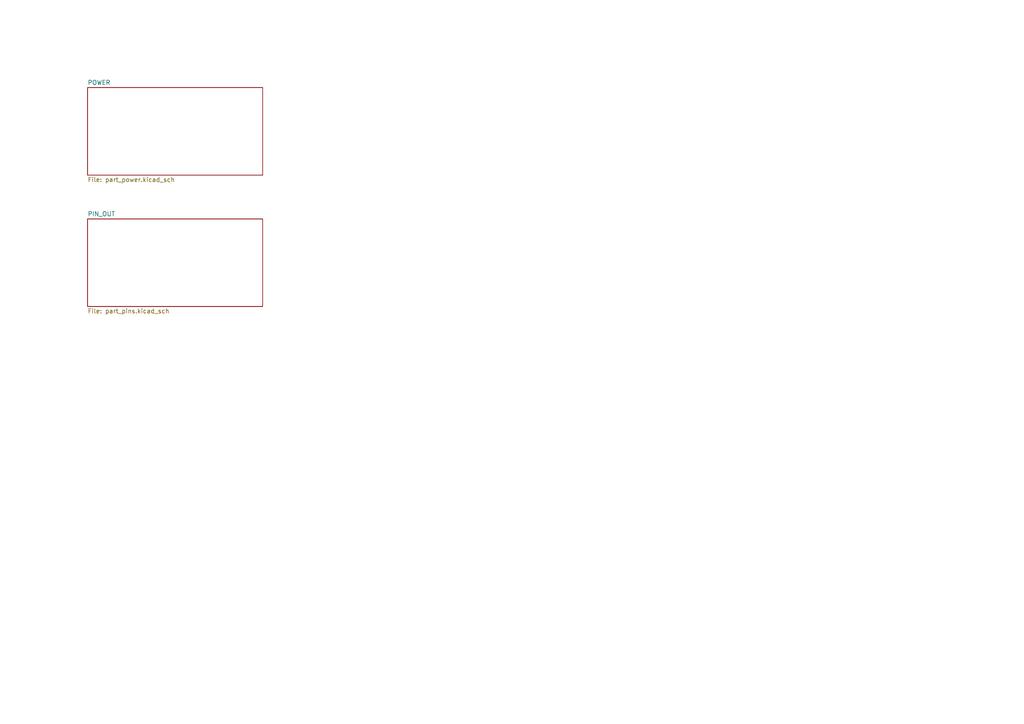
<source format=kicad_sch>
(kicad_sch (version 20211123) (generator eeschema)
  (paper "A4")
  (lib_symbols)
  (sheet (at 25.4 25.4) (size 50.8 25.4) (stroke (width 0.1524))
    (property "Sheet name" "POWER" (at 25.4 24.6884 0) (effects (justify left bottom)))
    (property "Sheet file" "part_power.kicad_sch" (at 25.4 51.3846 0) (effects (justify left top)))
  )
  (sheet (at 25.4 63.5) (size 50.8 25.4) (stroke (width 0.1524))
    (property "Sheet name" "PIN_OUT" (at 25.4 62.7884 0) (effects (justify left bottom)))
    (property "Sheet file" "part_pins.kicad_sch" (at 25.4 89.4846 0) (effects (justify left top)))
  )
)
</source>
